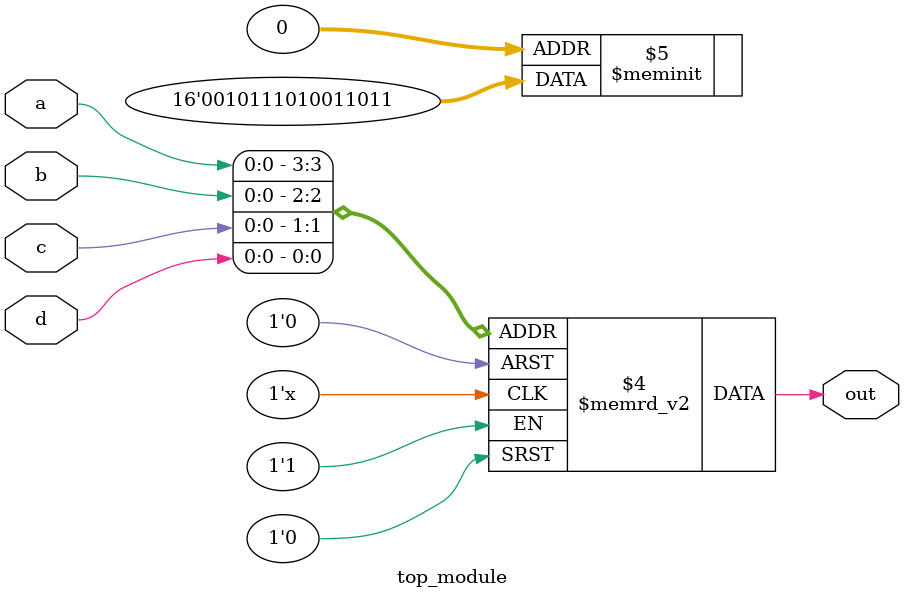
<source format=sv>
module top_module (
    input a, 
    input b,
    input c,
    input d,
    output reg out
);

    always @(*) begin
        case ({a, b, c, d})
            4'b0000: out = 1'b1;
            4'b0001: out = 1'b1;
            4'b0010: out = 1'b0;
            4'b0011: out = 1'b1;
            4'b0100: out = 1'b1;
            4'b0101: out = 1'b0;
            4'b0110: out = 1'b0;
            4'b0111: out = 1'b1;
            4'b1000: out = 1'b0;
            4'b1001: out = 1'b1;
            4'b1010: out = 1'b1;
            4'b1011: out = 1'b1;
            4'b1100: out = 1'b0;
            4'b1101: out = 1'b1;
            4'b1110: out = 1'b0;
            4'b1111: out = 1'b0;
        endcase
    end

endmodule

</source>
